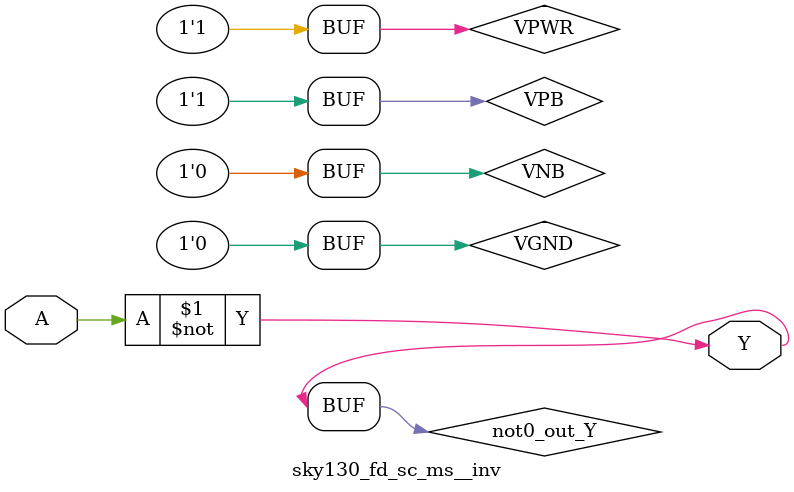
<source format=v>
/*
 * Copyright 2020 The SkyWater PDK Authors
 *
 * Licensed under the Apache License, Version 2.0 (the "License");
 * you may not use this file except in compliance with the License.
 * You may obtain a copy of the License at
 *
 *     https://www.apache.org/licenses/LICENSE-2.0
 *
 * Unless required by applicable law or agreed to in writing, software
 * distributed under the License is distributed on an "AS IS" BASIS,
 * WITHOUT WARRANTIES OR CONDITIONS OF ANY KIND, either express or implied.
 * See the License for the specific language governing permissions and
 * limitations under the License.
 *
 * SPDX-License-Identifier: Apache-2.0
*/


`ifndef SKY130_FD_SC_MS__INV_BEHAVIORAL_V
`define SKY130_FD_SC_MS__INV_BEHAVIORAL_V

/**
 * inv: Inverter.
 *
 * Verilog simulation functional model.
 */

`timescale 1ns / 1ps
`default_nettype none

`celldefine
module sky130_fd_sc_ms__inv (
    Y,
    A
);

    // Module ports
    output Y;
    input  A;

    // Module supplies
    supply1 VPWR;
    supply0 VGND;
    supply1 VPB ;
    supply0 VNB ;

    // Local signals
    wire not0_out_Y;

    //  Name  Output      Other arguments
    not not0 (not0_out_Y, A              );
    buf buf0 (Y         , not0_out_Y     );

endmodule
`endcelldefine

`default_nettype wire
`endif  // SKY130_FD_SC_MS__INV_BEHAVIORAL_V
</source>
